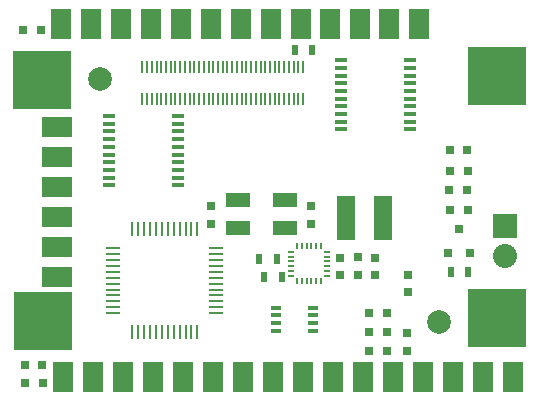
<source format=gbr>
G04 #@! TF.FileFunction,Soldermask,Top*
%FSLAX46Y46*%
G04 Gerber Fmt 4.6, Leading zero omitted, Abs format (unit mm)*
G04 Created by KiCad (PCBNEW 4.0.2-stable) date 6/7/2016 9:19:05 AM*
%MOMM*%
G01*
G04 APERTURE LIST*
%ADD10C,0.100000*%
%ADD11R,0.500000X0.900000*%
%ADD12R,1.600000X3.700000*%
%ADD13R,0.800000X0.750000*%
%ADD14R,0.750000X0.800000*%
%ADD15R,0.797560X0.797560*%
%ADD16R,2.500000X1.700000*%
%ADD17R,1.700000X2.500000*%
%ADD18R,2.032000X2.032000*%
%ADD19O,2.032000X2.032000*%
%ADD20R,0.800100X0.800100*%
%ADD21R,0.990600X0.304800*%
%ADD22R,0.600000X0.230000*%
%ADD23R,0.230000X0.600000*%
%ADD24R,0.250000X1.300000*%
%ADD25R,1.300000X0.250000*%
%ADD26R,2.000000X1.300000*%
%ADD27C,1.998980*%
%ADD28R,0.198120X1.137920*%
%ADD29R,0.812800X0.355600*%
%ADD30R,5.000000X5.000000*%
G04 APERTURE END LIST*
D10*
D11*
X63380000Y-80690000D03*
X64880000Y-80690000D03*
X63790000Y-82170000D03*
X65290000Y-82170000D03*
D12*
X70710000Y-77190000D03*
X73910000Y-77190000D03*
D13*
X72710000Y-86820000D03*
X74210000Y-86820000D03*
X81040000Y-73180000D03*
X79540000Y-73180000D03*
X81080000Y-76540000D03*
X79580000Y-76540000D03*
X81020000Y-71440000D03*
X79520000Y-71440000D03*
X79482619Y-74825000D03*
X80982619Y-74825000D03*
D14*
X75970000Y-83480000D03*
X75970000Y-81980000D03*
X73210000Y-82040000D03*
X73210000Y-80540000D03*
X70200000Y-82040000D03*
X70200000Y-80540000D03*
D13*
X72710000Y-88450000D03*
X74210000Y-88450000D03*
X72720000Y-85190000D03*
X74220000Y-85190000D03*
D14*
X71750000Y-80520000D03*
X71750000Y-82020000D03*
X75930000Y-86900000D03*
X75930000Y-88400000D03*
X67750000Y-77670000D03*
X67750000Y-76170000D03*
X59340000Y-76200000D03*
X59340000Y-77700000D03*
D15*
X43400700Y-61300000D03*
X44899300Y-61300000D03*
X45029300Y-89630000D03*
X43530700Y-89630000D03*
X45049300Y-91150000D03*
X43550700Y-91150000D03*
D16*
X46275000Y-69485000D03*
X46275000Y-72025000D03*
X46275000Y-82185000D03*
X46275000Y-74565000D03*
X46275000Y-77105000D03*
X46275000Y-79645000D03*
D17*
X66900000Y-60755000D03*
X56740000Y-60755000D03*
X64360000Y-60755000D03*
X61820000Y-60755000D03*
X59280000Y-60755000D03*
X46600000Y-60775000D03*
X54220000Y-60775000D03*
X51680000Y-60775000D03*
X49140000Y-60775000D03*
X84890000Y-90615000D03*
X82350000Y-90615000D03*
X79810000Y-90615000D03*
X77270000Y-90615000D03*
X74730000Y-90615000D03*
X72190000Y-90615000D03*
X69650000Y-90615000D03*
X67110000Y-90615000D03*
X64570000Y-90615000D03*
X62030000Y-90615000D03*
X59490000Y-90615000D03*
X56950000Y-90615000D03*
X46790000Y-90615000D03*
X54410000Y-90615000D03*
X51870000Y-90615000D03*
X49330000Y-90615000D03*
D18*
X84160000Y-77840000D03*
D19*
X84160000Y-80380000D03*
D17*
X69346000Y-60767000D03*
X71886000Y-60767000D03*
D20*
X79350000Y-80150760D03*
X81250000Y-80150760D03*
X80300000Y-78151780D03*
D11*
X66380000Y-62940000D03*
X67880000Y-62940000D03*
X81100000Y-81750000D03*
X79600000Y-81750000D03*
D21*
X70312200Y-63825000D03*
X70312200Y-64475000D03*
X70312200Y-65125000D03*
X70312200Y-65775000D03*
X70312200Y-66425000D03*
X70312200Y-67075000D03*
X70312200Y-67725000D03*
X70312200Y-68375000D03*
X76147800Y-68375000D03*
X76147800Y-67725000D03*
X76147800Y-67075000D03*
X76147800Y-66425000D03*
X76147800Y-65775000D03*
X76147800Y-65125000D03*
X76147800Y-64475000D03*
X76147800Y-63825000D03*
X70312200Y-69025000D03*
X70312200Y-69675000D03*
X76147800Y-69025000D03*
X76147800Y-69675000D03*
X56537800Y-74405000D03*
X56537800Y-73755000D03*
X56537800Y-73105000D03*
X56537800Y-72455000D03*
X56537800Y-71805000D03*
X56537800Y-71155000D03*
X56537800Y-70505000D03*
X56537800Y-69855000D03*
X50702200Y-69855000D03*
X50702200Y-70505000D03*
X50702200Y-71155000D03*
X50702200Y-71805000D03*
X50702200Y-72455000D03*
X50702200Y-73105000D03*
X50702200Y-73755000D03*
X50702200Y-74405000D03*
X56537800Y-69205000D03*
X56537800Y-68555000D03*
X50702200Y-69205000D03*
X50702200Y-68555000D03*
D22*
X66110000Y-80050000D03*
X66110000Y-80450000D03*
X66110000Y-80850000D03*
X66110000Y-81250000D03*
X66110000Y-81650000D03*
X66110000Y-82050000D03*
D23*
X66610000Y-82550000D03*
X67010000Y-82550000D03*
X67410000Y-82550000D03*
X67810000Y-82550000D03*
X68210000Y-82550000D03*
X68610000Y-82550000D03*
D22*
X69110000Y-82050000D03*
X69110000Y-81650000D03*
X69110000Y-81250000D03*
X69110000Y-80850000D03*
X69110000Y-80450000D03*
X69110000Y-80050000D03*
D23*
X68610000Y-79550000D03*
X68210000Y-79550000D03*
X67810000Y-79550000D03*
X67410000Y-79550000D03*
X67010000Y-79550000D03*
X66610000Y-79550000D03*
D24*
X52650000Y-86840000D03*
X53150000Y-86840000D03*
X53650000Y-86840000D03*
X54150000Y-86840000D03*
X54650000Y-86840000D03*
X55150000Y-86840000D03*
X55650000Y-86840000D03*
X56150000Y-86840000D03*
X56650000Y-86840000D03*
X57150000Y-86840000D03*
X57650000Y-86840000D03*
X58150000Y-86840000D03*
D25*
X59750000Y-85240000D03*
X59750000Y-84740000D03*
X59750000Y-84240000D03*
X59750000Y-83740000D03*
X59750000Y-83240000D03*
X59750000Y-82740000D03*
X59750000Y-82240000D03*
X59750000Y-81740000D03*
X59750000Y-81240000D03*
X59750000Y-80740000D03*
X59750000Y-80240000D03*
X59750000Y-79740000D03*
D24*
X58150000Y-78140000D03*
X57650000Y-78140000D03*
X57150000Y-78140000D03*
X56650000Y-78140000D03*
X56150000Y-78140000D03*
X55650000Y-78140000D03*
X55150000Y-78140000D03*
X54650000Y-78140000D03*
X54150000Y-78140000D03*
X53650000Y-78140000D03*
X53150000Y-78140000D03*
X52650000Y-78140000D03*
D25*
X51050000Y-79740000D03*
X51050000Y-80240000D03*
X51050000Y-80740000D03*
X51050000Y-81240000D03*
X51050000Y-81740000D03*
X51050000Y-82240000D03*
X51050000Y-82740000D03*
X51050000Y-83240000D03*
X51050000Y-83740000D03*
X51050000Y-84240000D03*
X51050000Y-84740000D03*
X51050000Y-85240000D03*
D26*
X61560000Y-78060000D03*
X65560000Y-78060000D03*
X65560000Y-75660000D03*
X61560000Y-75660000D03*
D27*
X78597960Y-85978020D03*
X49908660Y-65378620D03*
D28*
X53497680Y-64428660D03*
X53497680Y-67067720D03*
X53899000Y-64428660D03*
X53899000Y-67067720D03*
X54297780Y-64428660D03*
X54297780Y-67067720D03*
X54699100Y-64428660D03*
X54699100Y-67067720D03*
X55097880Y-64428660D03*
X55097880Y-67067720D03*
X55499200Y-64428660D03*
X55499200Y-67067720D03*
X55897980Y-64428660D03*
X55897980Y-67067720D03*
X56299300Y-64428660D03*
X56299300Y-67067720D03*
X56698080Y-64428660D03*
X56698080Y-67067720D03*
X57099400Y-64428660D03*
X57099400Y-67067720D03*
X57498180Y-64428660D03*
X57498180Y-67067720D03*
X57899500Y-64428660D03*
X57899500Y-67067720D03*
X58298280Y-64428660D03*
X58298280Y-67067720D03*
X58699600Y-64428660D03*
X58699600Y-67067720D03*
X59098380Y-64428660D03*
X59098380Y-67067720D03*
X59499700Y-64428660D03*
X59499700Y-67067720D03*
X59898480Y-64428660D03*
X59898480Y-67067720D03*
X60299800Y-64428660D03*
X60299800Y-67067720D03*
X60698580Y-64428660D03*
X60698580Y-67067720D03*
X61099900Y-64428660D03*
X61099900Y-67067720D03*
X61498680Y-64428660D03*
X61498680Y-67067720D03*
X61900000Y-64428660D03*
X61900000Y-67067720D03*
X62298780Y-64428660D03*
X62298780Y-67067720D03*
X62697560Y-64428660D03*
X62697560Y-67067720D03*
X63098880Y-64428660D03*
X63098880Y-67067720D03*
X63497660Y-64428660D03*
X63497660Y-67067720D03*
X63898980Y-64428660D03*
X63898980Y-67067720D03*
X64297760Y-64428660D03*
X64297760Y-67067720D03*
X64699080Y-64428660D03*
X64699080Y-67067720D03*
X65097860Y-64428660D03*
X65097860Y-67067720D03*
X65499180Y-64428660D03*
X65499180Y-67067720D03*
X65897960Y-64428660D03*
X65897960Y-67067720D03*
X66299280Y-64428660D03*
X66299280Y-67067720D03*
X66698060Y-64428660D03*
X66698060Y-67067720D03*
X67099380Y-64428660D03*
X67099380Y-67067720D03*
D29*
X67919400Y-86740600D03*
X67919400Y-86080200D03*
X67919400Y-85419800D03*
X67919400Y-84759400D03*
X64820600Y-84759400D03*
X64820600Y-85419800D03*
X64820600Y-86080200D03*
X64820600Y-86740600D03*
D30*
X45030000Y-65480000D03*
X45110000Y-85930000D03*
X83560000Y-65150000D03*
X83510000Y-85660000D03*
D17*
X74360000Y-60775000D03*
X76900000Y-60775000D03*
M02*

</source>
